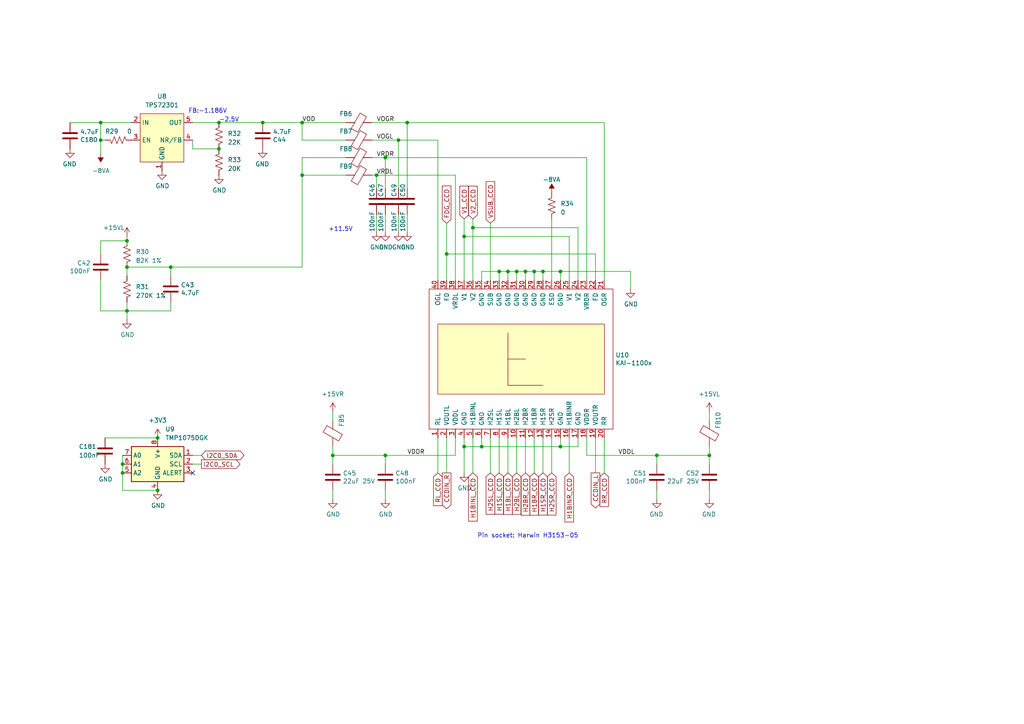
<source format=kicad_sch>
(kicad_sch (version 20231120) (generator "eeschema") (generator_version "8.0")
  (paper "A4")
  (title_block (title "CCD") (date "2024-03-25") (rev "R0.11") (company "Copyright 2024 Anhang Li, Wenting Zhang") (comment 2 "MERCHANTABILITY, SATISFACTORY QUALITY AND FITNESS FOR A PARTICULAR PURPOSE.") (comment 3 "This source is distributed WITHOUT ANY EXPRESS OR IMPLIED WARRANTY, INCLUDING OF") (comment 4 "This source describes Open Hardware and is licensed under the CERN-OHL-P v2."))
  (lib_symbols
    (symbol "Device:C" (pin_numbers hide) (pin_names (offset 0.254))
      (property "Reference" "C" (at 0.635 2.54 0))
      (property "Value" "C" (at 0.635 -2.54 0))
      (symbol "C_0_1"
        (polyline (pts (xy -2.032 -0.762) (xy 2.032 -0.762)) (stroke (width 0.508)))
        (polyline (pts (xy -2.032 0.762) (xy 2.032 0.762)) (stroke (width 0.508)))
      )
      (symbol "C_1_1"
        (pin passive line (at 0 3.81 270) (length 2.794) (name "~") (number "1"))
        (pin passive line (at 0 -3.81 90) (length 2.794) (name "~") (number "2"))
      )
    )
    (symbol "Device:FerriteBead" (pin_numbers hide) (pin_names (offset 0))
      (property "Reference" "FB" (at -3.81 0.635 90))
      (property "Value" "FerriteBead" (at 3.81 0 90))
      (symbol "FerriteBead_0_1"
        (polyline (pts (xy 0 -1.27) (xy 0 -1.2192)))
        (polyline (pts (xy 0 1.27) (xy 0 1.2954)))
        (polyline (pts (xy -2.7686 0.4064) (xy -1.7018 2.2606) (xy 2.7686 -0.3048) (xy 1.6764 -2.159) (xy -2.7686 0.4064)))
      )
      (symbol "FerriteBead_1_1"
        (pin passive line (at 0 3.81 270) (length 2.54) (name "~") (number "1"))
        (pin passive line (at 0 -3.81 90) (length 2.54) (name "~") (number "2"))
      )
    )
    (symbol "Device:R_US" (pin_numbers hide) (pin_names (offset 0))
      (property "Reference" "R" (at 2.54 0 90))
      (property "Value" "R_US" (at -2.54 0 90))
      (symbol "R_US_0_1"
        (polyline (pts (xy 0 -2.286) (xy 0 -2.54)))
        (polyline (pts (xy 0 2.286) (xy 0 2.54)))
        (polyline (pts (xy 0 -0.762) (xy 1.016 -1.143) (xy 0 -1.524) (xy -1.016 -1.905) (xy 0 -2.286)))
        (polyline (pts (xy 0 0.762) (xy 1.016 0.381) (xy 0 0) (xy -1.016 -0.381) (xy 0 -0.762)))
        (polyline (pts (xy 0 2.286) (xy 1.016 1.905) (xy 0 1.524) (xy -1.016 1.143) (xy 0 0.762)))
      )
      (symbol "R_US_1_1"
        (pin passive line (at 0 3.81 270) (length 1.27) (name "~") (number "1"))
        (pin passive line (at 0 -3.81 90) (length 1.27) (name "~") (number "2"))
      )
    )
    (symbol "Sensor_Temperature:TMP1075DGK"
      (property "Reference" "U" (at -6.35 6.35 0))
      (property "Value" "TMP1075DGK" (at 6.35 6.35 0))
      (symbol "TMP1075DGK_0_1"
        (rectangle (start -7.62 5.08) (end 7.62 -5.08) (stroke (width 0.254)) (fill (type background)))
      )
      (symbol "TMP1075DGK_1_1"
        (pin bidirectional line (at 10.16 2.54 180) (length 2.54) (name "SDA") (number "1"))
        (pin input line (at 10.16 0 180) (length 2.54) (name "SCL") (number "2"))
        (pin open_collector line (at 10.16 -2.54 180) (length 2.54) (name "ALERT") (number "3"))
        (pin power_in line (at 0 -7.62 90) (length 2.54) (name "GND") (number "4"))
        (pin input line (at -10.16 -2.54 0) (length 2.54) (name "A2") (number "5"))
        (pin input line (at -10.16 0 0) (length 2.54) (name "A1") (number "6"))
        (pin input line (at -10.16 2.54 0) (length 2.54) (name "A0") (number "7"))
        (pin power_in line (at 0 7.62 270) (length 2.54) (name "V+") (number "8"))
      )
    )
    (symbol "Sitina:KAI-1100x" (pin_names (offset 1.016))
      (property "Reference" "U" (at 0 0 0))
      (property "Value" "KAI-1100x" (at 0 -2.54 0))
      (symbol "KAI-1100x_0_1"
        (rectangle (start -22.86 -22.86) (end 25.4 -43.18) (fill (type background)))
        (polyline (pts (xy 2.54 -33.02) (xy -2.54 -33.02)) (fill (type background)))
        (polyline (pts (xy 7.62 -40.64) (xy -2.54 -40.64) (xy -2.54 -25.4)) (fill (type background)))
        (rectangle (start 27.94 -53.34) (end -25.4 -12.7))
      )
      (symbol "KAI-1100x_1_1"
        (pin input line (at -22.86 -55.88 90) (length 2.54) (name "RL") (number "1"))
        (pin input line (at 0 -55.88 90) (length 2.54) (name "H2BL") (number "10"))
        (pin input line (at 2.54 -55.88 90) (length 2.54) (name "H2BR") (number "11"))
        (pin input line (at 5.08 -55.88 90) (length 2.54) (name "H1BR") (number "12"))
        (pin input line (at 7.62 -55.88 90) (length 2.54) (name "H1SR") (number "13"))
        (pin input line (at 10.16 -55.88 90) (length 2.54) (name "H2SR") (number "14"))
        (pin input line (at 12.7 -55.88 90) (length 2.54) (name "GND") (number "15"))
        (pin input line (at 15.24 -55.88 90) (length 2.54) (name "H1BINR") (number "16"))
        (pin input line (at 17.78 -55.88 90) (length 2.54) (name "GND") (number "17"))
        (pin input line (at 20.32 -55.88 90) (length 2.54) (name "VDDR") (number "18"))
        (pin input line (at 22.86 -55.88 90) (length 2.54) (name "VOUTR") (number "19"))
        (pin input line (at -20.32 -55.88 90) (length 2.54) (name "VOUTL") (number "2"))
        (pin input line (at 25.4 -55.88 90) (length 2.54) (name "RR") (number "20"))
        (pin input line (at 25.4 -10.16 270) (length 2.54) (name "OGR") (number "21"))
        (pin input line (at 22.86 -10.16 270) (length 2.54) (name "FD") (number "22"))
        (pin input line (at 20.32 -10.16 270) (length 2.54) (name "VRDR") (number "23"))
        (pin input line (at 17.78 -10.16 270) (length 2.54) (name "V2") (number "24"))
        (pin input line (at 15.24 -10.16 270) (length 2.54) (name "V1") (number "25"))
        (pin input line (at 12.7 -10.16 270) (length 2.54) (name "GND") (number "26"))
        (pin input line (at 10.16 -10.16 270) (length 2.54) (name "ESD") (number "27"))
        (pin input line (at 7.62 -10.16 270) (length 2.54) (name "GND") (number "28"))
        (pin input line (at 5.08 -10.16 270) (length 2.54) (name "GND") (number "29"))
        (pin input line (at -17.78 -55.88 90) (length 2.54) (name "VDDL") (number "3"))
        (pin input line (at 2.54 -10.16 270) (length 2.54) (name "GND") (number "30"))
        (pin input line (at 0 -10.16 270) (length 2.54) (name "GND") (number "31"))
        (pin input line (at -2.54 -10.16 270) (length 2.54) (name "GND") (number "32"))
        (pin input line (at -5.08 -10.16 270) (length 2.54) (name "GND") (number "33"))
        (pin input line (at -7.62 -10.16 270) (length 2.54) (name "SUB") (number "34"))
        (pin input line (at -10.16 -10.16 270) (length 2.54) (name "GND") (number "35"))
        (pin input line (at -12.7 -10.16 270) (length 2.54) (name "V2") (number "36"))
        (pin input line (at -15.24 -10.16 270) (length 2.54) (name "V1") (number "37"))
        (pin input line (at -17.78 -10.16 270) (length 2.54) (name "VRDL") (number "38"))
        (pin input line (at -20.32 -10.16 270) (length 2.54) (name "FD") (number "39"))
        (pin input line (at -15.24 -55.88 90) (length 2.54) (name "GND") (number "4"))
        (pin input line (at -22.86 -10.16 270) (length 2.54) (name "OGL") (number "40"))
        (pin input line (at -12.7 -55.88 90) (length 2.54) (name "H1BINL") (number "5"))
        (pin input line (at -10.16 -55.88 90) (length 2.54) (name "GND") (number "6"))
        (pin input line (at -7.62 -55.88 90) (length 2.54) (name "H2SL") (number "7"))
        (pin input line (at -5.08 -55.88 90) (length 2.54) (name "H1SL") (number "8"))
        (pin input line (at -2.54 -55.88 90) (length 2.54) (name "H1BL") (number "9"))
      )
    )
    (symbol "power:+3V3" (power) (pin_names (offset 0))
      (property "Value" "+3V3" (at 0 3.556 0))
      (symbol "+3V3_0_1"
        (polyline (pts (xy -0.762 1.27) (xy 0 2.54)))
        (polyline (pts (xy 0 0) (xy 0 2.54)))
        (polyline (pts (xy 0 2.54) (xy 0.762 1.27)))
      )
      (symbol "+3V3_1_1"
        (pin power_in line (at 0 0 90) (length 0) hide (name "+3V3") (number "1"))
      )
    )
    (symbol "power:-9V" (power) (pin_names (offset 0))
      (property "Value" "-9V" (at 0 3.81 0))
      (symbol "-9V_0_1"
        (polyline (pts (xy 0 0) (xy 0 2.54)))
        (polyline (pts (xy 0.762 1.27) (xy -0.762 1.27) (xy 0 2.54) (xy 0.762 1.27)) (fill (type outline)))
      )
      (symbol "-9V_1_1"
        (pin power_in line (at 0 0 90) (length 0) hide (name "-9V") (number "1"))
      )
    )
    (symbol "power:GND" (power) (pin_names (offset 0))
      (property "Value" "GND" (at 0 -3.81 0))
      (symbol "GND_0_1"
        (polyline (pts (xy 0 0) (xy 0 -1.27) (xy 1.27 -1.27) (xy 0 -2.54) (xy -1.27 -1.27) (xy 0 -1.27)))
      )
      (symbol "GND_1_1"
        (pin power_in line (at 0 0 270) (length 0) hide (name "GND") (number "1"))
      )
    )
    (symbol "symbols:+15VL" (power) (pin_names (offset 0))
      (property "Value" "+15VL" (at 0 3.556 0))
      (symbol "+15VL_0_1"
        (polyline (pts (xy -0.762 1.27) (xy 0 2.54)))
        (polyline (pts (xy 0 0) (xy 0 2.54)))
        (polyline (pts (xy 0 2.54) (xy 0.762 1.27)))
      )
      (symbol "+15VL_1_1"
        (pin power_in line (at 0 0 90) (length 0) hide (name "+15VL") (number "1"))
      )
    )
    (symbol "symbols:+15VR" (power) (pin_names (offset 0))
      (property "Value" "+15VR" (at 0 3.556 0))
      (symbol "+15VR_0_1"
        (polyline (pts (xy -0.762 1.27) (xy 0 2.54)))
        (polyline (pts (xy 0 0) (xy 0 2.54)))
        (polyline (pts (xy 0 2.54) (xy 0.762 1.27)))
      )
      (symbol "+15VR_1_1"
        (pin power_in line (at 0 0 90) (length 0) hide (name "+15VR") (number "1"))
      )
    )
    (symbol "symbols:TPS723xx"
      (property "Reference" "U" (at 0 1.27 0))
      (property "Value" "TPS723xx" (at 7.62 1.27 0))
      (symbol "TPS723xx_1_1"
        (rectangle (start 0 0) (end 12.7 -13.97) (fill (type background)))
        (pin passive line (at 6.35 -16.51 90) (length 2.54) (name "GND") (number "1"))
        (pin power_in line (at -2.54 -2.54 0) (length 2.54) (name "IN") (number "2"))
        (pin input line (at -2.54 -7.62 0) (length 2.54) (name "EN") (number "3"))
        (pin input line (at 15.24 -7.62 180) (length 2.54) (name "NR/FB") (number "4"))
        (pin power_out line (at 15.24 -2.54 180) (length 2.54) (name "OUT") (number "5"))
      )
    )
  )
  (junction (at 154.94 78.74) (diameter 0.9144))
  (junction (at 63.5 35.56))
  (junction (at 63.5 43.18))
  (junction (at 35.56 134.62))
  (junction (at 190.5 132.08))
  (junction (at 45.72 127))
  (junction (at 129.54 73.66) (diameter 0.9144))
  (junction (at 115.57 40.64))
  (junction (at 139.7 129.54) (diameter 0.9144))
  (junction (at 45.72 142.24))
  (junction (at 162.56 78.74) (diameter 0.9144))
  (junction (at 109.22 50.8))
  (junction (at 162.56 129.54) (diameter 0.9144))
  (junction (at 134.62 129.54) (diameter 0.9144))
  (junction (at 35.56 137.16))
  (junction (at 36.83 69.85))
  (junction (at 144.78 78.74) (diameter 0.9144))
  (junction (at 137.16 66.04) (diameter 0.9144))
  (junction (at 76.2 35.56))
  (junction (at 36.83 90.17))
  (junction (at 87.63 50.8))
  (junction (at 149.86 78.74) (diameter 0.9144))
  (junction (at 157.48 78.74) (diameter 0.9144))
  (junction (at 152.4 78.74) (diameter 0.9144))
  (junction (at 29.21 35.56))
  (junction (at 49.53 77.47))
  (junction (at 134.62 68.58) (diameter 0.9144))
  (junction (at 87.63 35.56))
  (junction (at 111.76 132.08))
  (junction (at 36.83 77.47))
  (junction (at 118.11 35.56))
  (junction (at 111.76 45.72))
  (junction (at 96.52 132.08))
  (junction (at 205.74 132.08))
  (junction (at 147.32 78.74) (diameter 0.9144))
  (junction (at 29.21 40.64))
  (no_connect (at 55.88 137.16))
  (wire (pts (xy 157.48 78.74) (xy 154.94 78.74)))
  (wire (pts (xy 137.16 63.5) (xy 137.16 66.04)))
  (wire (pts (xy 142.24 64.77) (xy 142.24 81.28)))
  (wire (pts (xy 109.22 50.8) (xy 132.08 50.8)))
  (wire (pts (xy 30.48 127) (xy 45.72 127)))
  (wire (pts (xy 111.76 45.72) (xy 170.18 45.72)))
  (wire (pts (xy 36.83 92.71) (xy 36.83 90.17)))
  (wire (pts (xy 96.52 129.54) (xy 96.52 132.08)))
  (wire (pts (xy 35.56 134.62) (xy 35.56 137.16)))
  (wire (pts (xy 144.78 137.16) (xy 144.78 127)))
  (wire (pts (xy 139.7 129.54) (xy 162.56 129.54)))
  (wire (pts (xy 96.52 142.24) (xy 96.52 144.78)))
  (wire (pts (xy 162.56 127) (xy 162.56 129.54)))
  (wire (pts (xy 87.63 40.64) (xy 100.33 40.64)))
  (wire (pts (xy 142.24 137.16) (xy 142.24 127)))
  (wire (pts (xy 137.16 137.16) (xy 137.16 127)))
  (wire (pts (xy 157.48 78.74) (xy 162.56 78.74)))
  (wire (pts (xy 87.63 40.64) (xy 87.63 35.56)))
  (wire (pts (xy 175.26 35.56) (xy 118.11 35.56)))
  (wire (pts (xy 29.21 90.17) (xy 36.83 90.17)))
  (wire (pts (xy 36.83 87.63) (xy 36.83 90.17)))
  (wire (pts (xy 144.78 81.28) (xy 144.78 78.74)))
  (wire (pts (xy 147.32 137.16) (xy 147.32 127)))
  (wire (pts (xy 129.54 64.77) (xy 129.54 73.66)))
  (wire (pts (xy 149.86 78.74) (xy 147.32 78.74)))
  (wire (pts (xy 167.64 129.54) (xy 167.64 127)))
  (wire (pts (xy 36.83 80.01) (xy 36.83 77.47)))
  (wire (pts (xy 139.7 127) (xy 139.7 129.54)))
  (wire (pts (xy 152.4 81.28) (xy 152.4 78.74)))
  (wire (pts (xy 205.74 132.08) (xy 205.74 134.62)))
  (wire (pts (xy 127 40.64) (xy 115.57 40.64)))
  (wire (pts (xy 152.4 78.74) (xy 149.86 78.74)))
  (wire (pts (xy 172.72 127) (xy 172.72 137.16)))
  (wire (pts (xy 109.22 67.31) (xy 109.22 62.23)))
  (wire (pts (xy 182.88 78.74) (xy 182.88 83.82)))
  (wire (pts (xy 63.5 35.56) (xy 76.2 35.56)))
  (wire (pts (xy 190.5 132.08) (xy 190.5 134.62)))
  (wire (pts (xy 162.56 78.74) (xy 182.88 78.74)))
  (wire (pts (xy 190.5 142.24) (xy 190.5 144.78)))
  (wire (pts (xy 55.88 43.18) (xy 63.5 43.18)))
  (wire (pts (xy 147.32 81.28) (xy 147.32 78.74)))
  (wire (pts (xy 115.57 54.61) (xy 115.57 40.64)))
  (wire (pts (xy 170.18 127) (xy 170.18 132.08)))
  (wire (pts (xy 55.88 40.64) (xy 55.88 43.18)))
  (wire (pts (xy 96.52 132.08) (xy 111.76 132.08)))
  (wire (pts (xy 147.32 78.74) (xy 144.78 78.74)))
  (wire (pts (xy 175.26 137.16) (xy 175.26 127)))
  (wire (pts (xy 20.32 35.56) (xy 29.21 35.56)))
  (wire (pts (xy 87.63 77.47) (xy 87.63 50.8)))
  (wire (pts (xy 29.21 69.85) (xy 36.83 69.85)))
  (wire (pts (xy 134.62 129.54) (xy 134.62 137.16)))
  (wire (pts (xy 76.2 35.56) (xy 87.63 35.56)))
  (wire (pts (xy 111.76 142.24) (xy 111.76 144.78)))
  (wire (pts (xy 157.48 137.16) (xy 157.48 127)))
  (wire (pts (xy 172.72 73.66) (xy 172.72 81.28)))
  (wire (pts (xy 127 40.64) (xy 127 81.28)))
  (wire (pts (xy 36.83 77.47) (xy 49.53 77.47)))
  (wire (pts (xy 134.62 129.54) (xy 139.7 129.54)))
  (wire (pts (xy 35.56 137.16) (xy 35.56 142.24)))
  (wire (pts (xy 49.53 80.01) (xy 49.53 77.47)))
  (wire (pts (xy 35.56 142.24) (xy 45.72 142.24)))
  (wire (pts (xy 134.62 63.5) (xy 134.62 68.58)))
  (wire (pts (xy 107.95 45.72) (xy 111.76 45.72)))
  (wire (pts (xy 29.21 40.64) (xy 29.21 44.45)))
  (wire (pts (xy 29.21 35.56) (xy 29.21 40.64)))
  (wire (pts (xy 111.76 62.23) (xy 111.76 67.31)))
  (wire (pts (xy 165.1 68.58) (xy 165.1 81.28)))
  (wire (pts (xy 137.16 66.04) (xy 167.64 66.04)))
  (wire (pts (xy 29.21 81.28) (xy 29.21 90.17)))
  (wire (pts (xy 107.95 35.56) (xy 118.11 35.56)))
  (wire (pts (xy 109.22 50.8) (xy 107.95 50.8)))
  (wire (pts (xy 129.54 73.66) (xy 172.72 73.66)))
  (wire (pts (xy 111.76 132.08) (xy 132.08 132.08)))
  (wire (pts (xy 96.52 132.08) (xy 96.52 134.62)))
  (wire (pts (xy 115.57 67.31) (xy 115.57 62.23)))
  (wire (pts (xy 87.63 50.8) (xy 87.63 45.72)))
  (wire (pts (xy 170.18 45.72) (xy 170.18 81.28)))
  (wire (pts (xy 109.22 54.61) (xy 109.22 50.8)))
  (wire (pts (xy 134.62 127) (xy 134.62 129.54)))
  (wire (pts (xy 29.21 35.56) (xy 38.1 35.56)))
  (wire (pts (xy 87.63 35.56) (xy 100.33 35.56)))
  (wire (pts (xy 167.64 66.04) (xy 167.64 81.28)))
  (wire (pts (xy 205.74 142.24) (xy 205.74 144.78)))
  (wire (pts (xy 165.1 137.16) (xy 165.1 127)))
  (wire (pts (xy 137.16 66.04) (xy 137.16 81.28)))
  (wire (pts (xy 154.94 78.74) (xy 152.4 78.74)))
  (wire (pts (xy 132.08 50.8) (xy 132.08 81.28)))
  (wire (pts (xy 36.83 68.58) (xy 36.83 69.85)))
  (wire (pts (xy 205.74 119.38) (xy 205.74 121.92)))
  (wire (pts (xy 162.56 129.54) (xy 167.64 129.54)))
  (wire (pts (xy 111.76 45.72) (xy 111.76 54.61)))
  (wire (pts (xy 49.53 87.63) (xy 49.53 90.17)))
  (wire (pts (xy 132.08 132.08) (xy 132.08 127)))
  (wire (pts (xy 129.54 127) (xy 129.54 137.16)))
  (wire (pts (xy 36.83 90.17) (xy 49.53 90.17)))
  (wire (pts (xy 111.76 132.08) (xy 111.76 134.62)))
  (wire (pts (xy 157.48 81.28) (xy 157.48 78.74)))
  (wire (pts (xy 139.7 78.74) (xy 144.78 78.74)))
  (wire (pts (xy 96.52 119.38) (xy 96.52 121.92)))
  (wire (pts (xy 107.95 40.64) (xy 115.57 40.64)))
  (wire (pts (xy 127 137.16) (xy 127 127)))
  (wire (pts (xy 35.56 132.08) (xy 35.56 134.62)))
  (wire (pts (xy 49.53 77.47) (xy 87.63 77.47)))
  (wire (pts (xy 205.74 129.54) (xy 205.74 132.08)))
  (wire (pts (xy 118.11 62.23) (xy 118.11 67.31)))
  (wire (pts (xy 190.5 132.08) (xy 170.18 132.08)))
  (wire (pts (xy 29.21 73.66) (xy 29.21 69.85)))
  (wire (pts (xy 154.94 137.16) (xy 154.94 127)))
  (wire (pts (xy 129.54 73.66) (xy 129.54 81.28)))
  (wire (pts (xy 152.4 137.16) (xy 152.4 127)))
  (wire (pts (xy 149.86 81.28) (xy 149.86 78.74)))
  (wire (pts (xy 205.74 132.08) (xy 190.5 132.08)))
  (wire (pts (xy 55.88 132.08) (xy 58.42 132.08)))
  (wire (pts (xy 149.86 137.16) (xy 149.86 127)))
  (wire (pts (xy 160.02 137.16) (xy 160.02 127)))
  (wire (pts (xy 154.94 81.28) (xy 154.94 78.74)))
  (wire (pts (xy 160.02 81.28) (xy 160.02 63.5)))
  (wire (pts (xy 118.11 35.56) (xy 118.11 54.61)))
  (wire (pts (xy 87.63 45.72) (xy 100.33 45.72)))
  (wire (pts (xy 55.88 35.56) (xy 63.5 35.56)))
  (wire (pts (xy 175.26 35.56) (xy 175.26 81.28)))
  (wire (pts (xy 162.56 81.28) (xy 162.56 78.74)))
  (wire (pts (xy 55.88 134.62) (xy 58.42 134.62)))
  (wire (pts (xy 87.63 50.8) (xy 100.33 50.8)))
  (wire (pts (xy 29.21 40.64) (xy 30.48 40.64)))
  (wire (pts (xy 139.7 78.74) (xy 139.7 81.28)))
  (wire (pts (xy 134.62 68.58) (xy 165.1 68.58)))
  (wire (pts (xy 134.62 68.58) (xy 134.62 81.28)))
  (text "FB:-1.186V" (at 54.61 33.02 0) (effects (font (size 1.27 1.27)) (justify left bottom)))
  (text "+11.5V" (at 95.25 67.31 0) (effects (font (size 1.27 1.27)) (justify left bottom)))
  (text "-2.5V" (at 63.5 35.56 0) (effects (font (size 1.27 1.27)) (justify left bottom)))
  (text "Pin socket: Harwin H3153-05" (at 138.43 156.21 0) (effects (font (size 1.27 1.27)) (justify left bottom)))
  (label "VOGR" (at 109.22 35.56 0))
  (label "VOGL" (at 109.22 40.64 0))
  (label "VDDR" (at 118.11 132.08 0))
  (label "VDDL" (at 184.15 132.08 180))
  (label "VRDL" (at 109.22 50.8 0))
  (label "VRDR" (at 109.22 45.72 0))
  (label "VOD" (at 87.63 35.56 0))
  (global_label "VSUB_CCD" (shape input) (at 142.24 64.77 90) (property "Intersheetrefs" "${INTERSHEET_REFS}" (effects (hide yes))))
  (global_label "H2BL_CCD" (shape input) (at 149.86 137.16 270) (property "Intersheetrefs" "${INTERSHEET_REFS}" (effects (hide yes))))
  (global_label "H1SL_CCD" (shape input) (at 144.78 137.16 270) (property "Intersheetrefs" "${INTERSHEET_REFS}" (effects (hide yes))))
  (global_label "H1BINR_CCD" (shape input) (at 165.1 137.16 270) (property "Intersheetrefs" "${INTERSHEET_REFS}" (effects (hide yes))))
  (global_label "H1BINL_CCD" (shape input) (at 137.16 137.16 270) (property "Intersheetrefs" "${INTERSHEET_REFS}" (effects (hide yes))))
  (global_label "H1BL_CCD" (shape input) (at 147.32 137.16 270) (property "Intersheetrefs" "${INTERSHEET_REFS}" (effects (hide yes))))
  (global_label "RL_CCD" (shape input) (at 127 137.16 270) (property "Intersheetrefs" "${INTERSHEET_REFS}" (effects (hide yes))))
  (global_label "RR_CCD" (shape input) (at 175.26 137.16 270) (property "Intersheetrefs" "${INTERSHEET_REFS}" (effects (hide yes))))
  (global_label "H2BR_CCD" (shape input) (at 152.4 137.16 270) (property "Intersheetrefs" "${INTERSHEET_REFS}" (effects (hide yes))))
  (global_label "H2SL_CCD" (shape input) (at 142.24 137.16 270) (property "Intersheetrefs" "${INTERSHEET_REFS}" (effects (hide yes))))
  (global_label "I2C0_SCL" (shape output) (at 58.42 134.62 0) (property "Intersheetrefs" "${INTERSHEET_REFS}" (effects (hide yes))))
  (global_label "H1SR_CCD" (shape input) (at 157.48 137.16 270) (property "Intersheetrefs" "${INTERSHEET_REFS}" (effects (hide yes))))
  (global_label "H2SR_CCD" (shape input) (at 160.02 137.16 270) (property "Intersheetrefs" "${INTERSHEET_REFS}" (effects (hide yes))))
  (global_label "I2C0_SDA" (shape bidirectional) (at 58.42 132.08 0) (property "Intersheetrefs" "${INTERSHEET_REFS}" (effects (hide yes))))
  (global_label "CCDIN_L" (shape output) (at 172.72 137.16 270) (property "Intersheetrefs" "${INTERSHEET_REFS}" (effects (hide yes))))
  (global_label "CCDIN_R" (shape output) (at 129.54 137.16 270) (property "Intersheetrefs" "${INTERSHEET_REFS}" (effects (hide yes))))
  (global_label "FDG_CCD" (shape input) (at 129.54 64.77 90) (property "Intersheetrefs" "${INTERSHEET_REFS}" (effects (hide yes))))
  (global_label "V1_CCD" (shape input) (at 134.62 63.5 90) (property "Intersheetrefs" "${INTERSHEET_REFS}" (effects (hide yes))))
  (global_label "V2_CCD" (shape input) (at 137.16 63.5 90) (property "Intersheetrefs" "${INTERSHEET_REFS}" (effects (hide yes))))
  (global_label "H1BR_CCD" (shape input) (at 154.94 137.16 270) (property "Intersheetrefs" "${INTERSHEET_REFS}" (effects (hide yes))))
  (symbol (lib_id "power:GND") (at 46.99 49.53 0) (unit 1)
    (property "Reference" "#PWR065" (effects (hide yes)))
    (property "Value" "GND" (at 47.117 53.9242 0))
  )
  (symbol (lib_id "power:GND") (at 134.62 137.16 0) (unit 1)
    (property "Reference" "#PWR077" (effects (hide yes)))
    (property "Value" "GND" (at 134.747 141.5542 0))
  )
  (symbol (lib_id "power:GND") (at 63.5 50.8 0) (unit 1)
    (property "Reference" "#PWR068" (effects (hide yes)))
    (property "Value" "GND" (at 63.627 55.1942 0))
  )
  (symbol (lib_id "Device:R_US") (at 36.83 83.82 0) (mirror y) (unit 1)
    (property "Reference" "R31" (at 39.37 83.185 0) (effects (justify right)))
    (property "Value" "270K 1%" (at 39.37 85.725 0) (effects (justify right)))
    (property "Footprint" "Resistor_SMD:R_0402_1005Metric" (effects (hide yes)))
  )
  (symbol (lib_id "power:-9V") (at 160.02 55.88 0) (unit 1)
    (property "Reference" "#PWR078" (effects (hide yes)))
    (property "Value" "-8VA" (at 162.56 52.07 0) (effects (justify right)))
  )
  (symbol (lib_id "power:GND") (at 30.48 134.62 0) (unit 1)
    (property "Reference" "#PWR0292" (effects (hide yes)))
    (property "Value" "GND" (at 30.607 139.0142 0))
  )
  (symbol (lib_id "power:GND") (at 190.5 144.78 0) (mirror y) (unit 1)
    (property "Reference" "#PWR080" (effects (hide yes)))
    (property "Value" "GND" (at 190.373 149.1742 0))
  )
  (symbol (lib_id "symbols:+15VR") (at 96.52 119.38 0) (unit 1)
    (property "Reference" "#PWR070" (effects (hide yes)))
    (property "Value" "+15VR" (at 96.52 114.3 0))
  )
  (symbol (lib_id "symbols:+15VL") (at 36.83 68.58 0) (unit 1)
    (property "Reference" "#PWR063" (effects (hide yes)))
    (property "Value" "+15VL" (at 33.02 66.04 0))
  )
  (symbol (lib_id "power:GND") (at 118.11 67.31 0) (unit 1)
    (property "Reference" "#PWR076" (effects (hide yes)))
    (property "Value" "GND" (at 118.237 71.7042 0))
  )
  (symbol (lib_id "power:GND") (at 20.32 43.18 0) (mirror y) (unit 1)
    (property "Reference" "#PWR0291" (effects (hide yes)))
    (property "Value" "GND" (at 20.193 47.5742 0))
  )
  (symbol (lib_id "Device:C") (at 30.48 130.81 180) (unit 1)
    (property "Reference" "C181" (at 22.86 129.54 0) (effects (justify right)))
    (property "Value" "100nF" (at 22.86 132.08 0) (effects (justify right)))
    (property "Footprint" "Capacitor_SMD:C_0402_1005Metric" (effects (hide yes)))
  )
  (symbol (lib_id "Device:C") (at 115.57 58.42 0) (unit 1)
    (property "Reference" "C49" (at 114.3 57.15 90) (effects (justify left)))
    (property "Value" "100nF" (at 114.3 67.31 90) (effects (justify left)))
    (property "Footprint" "Capacitor_SMD:C_0402_1005Metric" (effects (hide yes)))
  )
  (symbol (lib_id "power:GND") (at 182.88 83.82 0) (unit 1)
    (property "Reference" "#PWR079" (effects (hide yes)))
    (property "Value" "GND" (at 183.007 88.2142 0))
  )
  (symbol (lib_id "power:GND") (at 36.83 92.71 0) (unit 1)
    (property "Reference" "#PWR064" (effects (hide yes)))
    (property "Value" "GND" (at 36.957 97.1042 0))
  )
  (symbol (lib_id "Device:C") (at 49.53 83.82 0) (unit 1)
    (property "Reference" "C43" (at 52.451 82.6516 0) (effects (justify left)))
    (property "Value" "4.7uF" (at 52.451 84.963 0) (effects (justify left)))
    (property "Footprint" "Capacitor_SMD:C_0402_1005Metric" (effects (hide yes)))
  )
  (symbol (lib_id "Device:R_US") (at 63.5 46.99 0) (mirror y) (unit 1)
    (property "Reference" "R33" (at 66.04 46.355 0) (effects (justify right)))
    (property "Value" "20K" (at 66.04 48.895 0) (effects (justify right)))
    (property "Footprint" "Resistor_SMD:R_0402_1005Metric" (effects (hide yes)))
  )
  (symbol (lib_id "Device:FerriteBead") (at 205.74 125.73 0) (unit 1)
    (property "Reference" "FB10" (at 208.28 121.92 90))
    (property "Value" "120R" (effects (hide yes)))
    (property "Footprint" "Inductor_SMD:L_0402_1005Metric" (effects (hide yes)))
  )
  (symbol (lib_id "Device:C") (at 111.76 58.42 0) (unit 1)
    (property "Reference" "C47" (at 110.49 57.15 90) (effects (justify left)))
    (property "Value" "100nF" (at 110.49 67.31 90) (effects (justify left)))
    (property "Footprint" "Capacitor_SMD:C_0402_1005Metric" (effects (hide yes)))
  )
  (symbol (lib_id "power:GND") (at 205.74 144.78 0) (mirror y) (unit 1)
    (property "Reference" "#PWR082" (effects (hide yes)))
    (property "Value" "GND" (at 205.613 149.1742 0))
  )
  (symbol (lib_id "Device:R_US") (at 63.5 39.37 0) (mirror y) (unit 1)
    (property "Reference" "R32" (at 66.04 38.735 0) (effects (justify right)))
    (property "Value" "22K" (at 66.04 41.275 0) (effects (justify right)))
    (property "Footprint" "Resistor_SMD:R_0402_1005Metric" (effects (hide yes)))
  )
  (symbol (lib_id "Device:C") (at 190.5 138.43 0) (mirror y) (unit 1)
    (property "Reference" "C51" (at 187.579 137.2616 0) (effects (justify left)))
    (property "Value" "100nF" (at 187.579 139.573 0) (effects (justify left)))
    (property "Footprint" "Capacitor_SMD:C_0402_1005Metric" (effects (hide yes)))
  )
  (symbol (lib_id "Device:C") (at 29.21 77.47 0) (mirror y) (unit 1)
    (property "Reference" "C42" (at 26.289 76.3016 0) (effects (justify left)))
    (property "Value" "100nF" (at 26.289 78.613 0) (effects (justify left)))
    (property "Footprint" "Capacitor_SMD:C_0402_1005Metric" (effects (hide yes)))
  )
  (symbol (lib_id "Device:C") (at 111.76 138.43 0) (unit 1)
    (property "Reference" "C48" (at 114.681 137.2616 0) (effects (justify left)))
    (property "Value" "100nF" (at 114.681 139.573 0) (effects (justify left)))
    (property "Footprint" "Capacitor_SMD:C_0402_1005Metric" (effects (hide yes)))
  )
  (symbol (lib_id "Device:R_US") (at 160.02 59.69 0) (mirror y) (unit 1)
    (property "Reference" "R34" (at 162.56 59.055 0) (effects (justify right)))
    (property "Value" "0" (at 162.56 61.595 0) (effects (justify right)))
    (property "Footprint" "Resistor_SMD:R_0402_1005Metric" (effects (hide yes)))
  )
  (symbol (lib_id "power:GND") (at 109.22 67.31 0) (unit 1)
    (property "Reference" "#PWR072" (effects (hide yes)))
    (property "Value" "GND" (at 109.347 71.7042 0))
  )
  (symbol (lib_id "power:GND") (at 111.76 67.31 0) (unit 1)
    (property "Reference" "#PWR073" (effects (hide yes)))
    (property "Value" "GND" (at 111.887 71.7042 0))
  )
  (symbol (lib_id "symbols:+15VL") (at 205.74 119.38 0) (unit 1)
    (property "Reference" "#PWR081" (effects (hide yes)))
    (property "Value" "+15VL" (at 205.74 114.3 0))
  )
  (symbol (lib_id "Device:FerriteBead") (at 104.14 40.64 90) (unit 1)
    (property "Reference" "FB7" (at 100.33 38.1 90))
    (property "Value" "120R" (effects (hide yes)))
    (property "Footprint" "Inductor_SMD:L_0402_1005Metric" (effects (hide yes)))
  )
  (symbol (lib_id "Device:C") (at 118.11 58.42 0) (unit 1)
    (property "Reference" "C50" (at 116.84 57.15 90) (effects (justify left)))
    (property "Value" "100nF" (at 116.84 67.31 90) (effects (justify left)))
    (property "Footprint" "Capacitor_SMD:C_0402_1005Metric" (effects (hide yes)))
  )
  (symbol (lib_id "Sitina:KAI-1100x") (at 149.86 71.12 0) (unit 1)
    (property "Reference" "U10" (at 178.5112 102.9716 0) (effects (justify left)))
    (property "Value" "KAI-1100x" (at 178.5112 105.283 0) (effects (justify left)))
    (property "Footprint" "footprints:KAI-1100X" (effects (hide yes)))
  )
  (symbol (lib_id "Device:C") (at 76.2 39.37 0) (mirror x) (unit 1)
    (property "Reference" "C44" (at 79.121 40.5384 0) (effects (justify left)))
    (property "Value" "4.7uF" (at 79.121 38.227 0) (effects (justify left)))
    (property "Footprint" "Capacitor_SMD:C_0402_1005Metric" (effects (hide yes)))
  )
  (symbol (lib_id "power:-9V") (at 29.21 44.45 180) (unit 1)
    (property "Reference" "#PWR062" (effects (hide yes)))
    (property "Value" "-8VA" (at 26.67 49.53 0) (effects (justify right)))
  )
  (symbol (lib_id "symbols:TPS723xx") (at 40.64 33.02 0) (unit 1)
    (property "Reference" "U8" (at 46.99 27.94 0))
    (property "Value" "TPS72301" (at 46.99 30.48 0))
    (property "Footprint" "Package_TO_SOT_SMD:SOT-23-5_HandSoldering" (effects (hide yes)))
    (property "Datasheet" "https://www.ti.com/lit/ds/symlink/tps723.pdf?ts=1702883007627&ref_url=https%253A%252F%252Fwww.ti.com%252Fpower-management%252Flinear-regulators-ldo%252Fproducts.html" (effects (hide yes)))
  )
  (symbol (lib_id "Device:R_US") (at 36.83 73.66 0) (mirror y) (unit 1)
    (property "Reference" "R30" (at 39.37 73.025 0) (effects (justify right)))
    (property "Value" "82K 1%" (at 39.37 75.565 0) (effects (justify right)))
    (property "Footprint" "Resistor_SMD:R_0402_1005Metric" (effects (hide yes)))
  )
  (symbol (lib_id "power:GND") (at 96.52 144.78 0) (unit 1)
    (property "Reference" "#PWR071" (effects (hide yes)))
    (property "Value" "GND" (at 96.647 149.1742 0))
  )
  (symbol (lib_id "Device:R_US") (at 34.29 40.64 90) (mirror x) (unit 1)
    (property "Reference" "R29" (at 30.48 38.1 90) (effects (justify right)))
    (property "Value" "0" (at 36.83 38.1 90) (effects (justify right)))
    (property "Footprint" "Resistor_SMD:R_0402_1005Metric" (effects (hide yes)))
  )
  (symbol (lib_id "Device:C") (at 205.74 138.43 0) (mirror y) (unit 1)
    (property "Reference" "C52" (at 202.819 137.2616 0) (effects (justify left)))
    (property "Value" "22uF 25V" (at 202.819 139.573 0) (effects (justify left)))
    (property "Footprint" "Capacitor_SMD:C_0805_2012Metric" (effects (hide yes)))
  )
  (symbol (lib_id "Device:FerriteBead") (at 96.52 125.73 0) (unit 1)
    (property "Reference" "FB5" (at 99.06 121.92 90))
    (property "Value" "120R" (effects (hide yes)))
    (property "Footprint" "Inductor_SMD:L_0402_1005Metric" (effects (hide yes)))
  )
  (symbol (lib_id "Device:C") (at 20.32 39.37 0) (mirror x) (unit 1)
    (property "Reference" "C180" (at 23.241 40.5384 0) (effects (justify left)))
    (property "Value" "4.7uF" (at 23.241 38.227 0) (effects (justify left)))
    (property "Footprint" "Capacitor_SMD:C_0402_1005Metric" (effects (hide yes)))
  )
  (symbol (lib_id "Device:C") (at 96.52 138.43 0) (unit 1)
    (property "Reference" "C45" (at 99.441 137.2616 0) (effects (justify left)))
    (property "Value" "22uF 25V" (at 99.441 139.573 0) (effects (justify left)))
    (property "Footprint" "Capacitor_SMD:C_0805_2012Metric" (effects (hide yes)))
  )
  (symbol (lib_id "power:GND") (at 111.76 144.78 0) (unit 1)
    (property "Reference" "#PWR074" (effects (hide yes)))
    (property "Value" "GND" (at 111.887 149.1742 0))
  )
  (symbol (lib_id "power:GND") (at 76.2 43.18 0) (mirror y) (unit 1)
    (property "Reference" "#PWR069" (effects (hide yes)))
    (property "Value" "GND" (at 76.073 47.5742 0))
  )
  (symbol (lib_id "Device:FerriteBead") (at 104.14 35.56 90) (unit 1)
    (property "Reference" "FB6" (at 100.33 33.02 90))
    (property "Value" "120R" (effects (hide yes)))
    (property "Footprint" "Inductor_SMD:L_0402_1005Metric" (effects (hide yes)))
  )
  (symbol (lib_id "power:+3V3") (at 45.72 127 0) (unit 1)
    (property "Reference" "#PWR066" (effects (hide yes)))
    (property "Value" "+3V3" (at 45.72 121.92 0))
  )
  (symbol (lib_id "Device:FerriteBead") (at 104.14 45.72 90) (unit 1)
    (property "Reference" "FB8" (at 100.33 43.18 90))
    (property "Value" "120R" (effects (hide yes)))
    (property "Footprint" "Inductor_SMD:L_0402_1005Metric" (effects (hide yes)))
  )
  (symbol (lib_id "Device:FerriteBead") (at 104.14 50.8 90) (unit 1)
    (property "Reference" "FB9" (at 100.33 48.26 90))
    (property "Value" "120R" (effects (hide yes)))
    (property "Footprint" "Inductor_SMD:L_0402_1005Metric" (effects (hide yes)))
  )
  (symbol (lib_id "power:GND") (at 45.72 142.24 0) (unit 1)
    (property "Reference" "#PWR067" (effects (hide yes)))
    (property "Value" "GND" (at 45.847 146.6342 0))
  )
  (symbol (lib_id "Device:C") (at 109.22 58.42 0) (unit 1)
    (property "Reference" "C46" (at 107.95 57.15 90) (effects (justify left)))
    (property "Value" "100nF" (at 107.95 67.31 90) (effects (justify left)))
    (property "Footprint" "Capacitor_SMD:C_0402_1005Metric" (effects (hide yes)))
  )
  (symbol (lib_id "power:GND") (at 115.57 67.31 0) (unit 1)
    (property "Reference" "#PWR075" (effects (hide yes)))
    (property "Value" "GND" (at 115.697 71.7042 0))
  )
  (symbol (lib_id "Sensor_Temperature:TMP1075DGK") (at 45.72 134.62 0) (unit 1)
    (property "Reference" "U9" (at 47.9141 124.46 0) (effects (justify left)))
    (property "Value" "TMP1075DGK" (at 47.9141 127 0) (effects (justify left)))
    (property "Footprint" "Package_SO:VSSOP-8_3.0x3.0mm_P0.65mm" (effects (hide yes)))
    (property "Datasheet" "https://www.ti.com/lit/gpn/tmp1075" (effects (hide yes)))
    (property "Description" "I2C-bus digital temperature sensor and thermal watchdog, VSSOP-8" (effects (hide yes)))
  )
)
</source>
